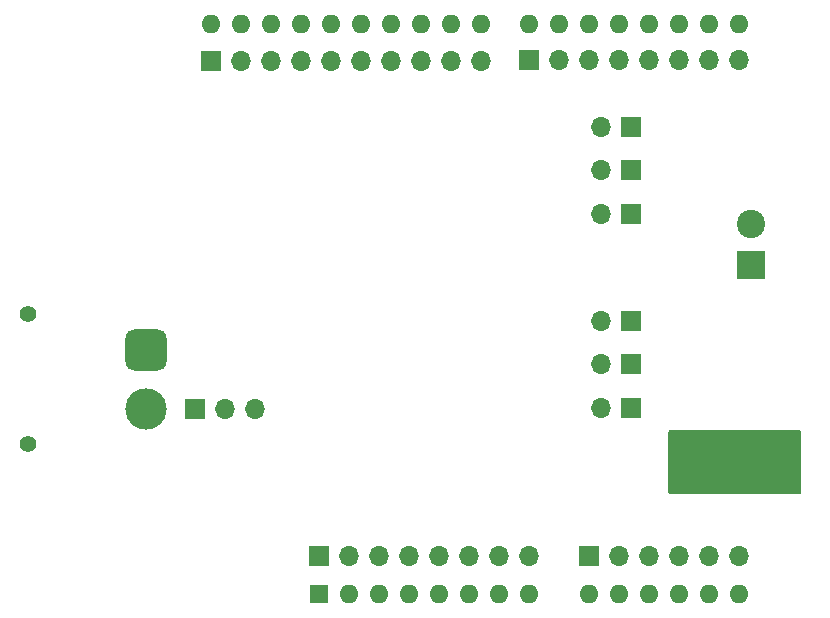
<source format=gbr>
%TF.GenerationSoftware,KiCad,Pcbnew,8.0.6*%
%TF.CreationDate,2024-12-12T11:47:03+01:00*%
%TF.ProjectId,TUSS4470_shield,54555353-3434-4373-905f-736869656c64,rev?*%
%TF.SameCoordinates,Original*%
%TF.FileFunction,Soldermask,Bot*%
%TF.FilePolarity,Negative*%
%FSLAX46Y46*%
G04 Gerber Fmt 4.6, Leading zero omitted, Abs format (unit mm)*
G04 Created by KiCad (PCBNEW 8.0.6) date 2024-12-12 11:47:03*
%MOMM*%
%LPD*%
G01*
G04 APERTURE LIST*
G04 Aperture macros list*
%AMRoundRect*
0 Rectangle with rounded corners*
0 $1 Rounding radius*
0 $2 $3 $4 $5 $6 $7 $8 $9 X,Y pos of 4 corners*
0 Add a 4 corners polygon primitive as box body*
4,1,4,$2,$3,$4,$5,$6,$7,$8,$9,$2,$3,0*
0 Add four circle primitives for the rounded corners*
1,1,$1+$1,$2,$3*
1,1,$1+$1,$4,$5*
1,1,$1+$1,$6,$7*
1,1,$1+$1,$8,$9*
0 Add four rect primitives between the rounded corners*
20,1,$1+$1,$2,$3,$4,$5,0*
20,1,$1+$1,$4,$5,$6,$7,0*
20,1,$1+$1,$6,$7,$8,$9,0*
20,1,$1+$1,$8,$9,$2,$3,0*%
G04 Aperture macros list end*
%ADD10R,2.400000X2.400000*%
%ADD11C,2.400000*%
%ADD12R,1.700000X1.700000*%
%ADD13O,1.700000X1.700000*%
%ADD14C,1.400000*%
%ADD15RoundRect,0.770000X0.980000X-0.980000X0.980000X0.980000X-0.980000X0.980000X-0.980000X-0.980000X0*%
%ADD16C,3.500000*%
%ADD17R,1.600000X1.600000*%
%ADD18O,1.600000X1.600000*%
G04 APERTURE END LIST*
D10*
%TO.C,J2*%
X128900000Y-57350000D03*
D11*
X128900000Y-53850000D03*
%TD*%
D12*
%TO.C,JP2*%
X118740000Y-65700000D03*
D13*
X116200000Y-65700000D03*
%TD*%
D12*
%TO.C,JP3*%
X118740000Y-49300000D03*
D13*
X116200000Y-49300000D03*
%TD*%
D12*
%TO.C,J6*%
X115143426Y-82000000D03*
D13*
X117683426Y-82000000D03*
X120223426Y-82000000D03*
X122763426Y-82000000D03*
X125303426Y-82000000D03*
X127843426Y-82000000D03*
%TD*%
D14*
%TO.C,J1*%
X67675000Y-72500000D03*
X67675000Y-61500000D03*
D15*
X77675000Y-64500000D03*
D16*
X77675000Y-69500000D03*
%TD*%
D12*
%TO.C,JP4*%
X118740000Y-69400000D03*
D13*
X116200000Y-69400000D03*
%TD*%
D12*
%TO.C,J7*%
X92292675Y-81999189D03*
D13*
X94832675Y-81999189D03*
X97372675Y-81999189D03*
X99912675Y-81999189D03*
X102452675Y-81999189D03*
X104992675Y-81999189D03*
X107532675Y-81999189D03*
X110072675Y-81999189D03*
%TD*%
D12*
%TO.C,J5*%
X110062821Y-40000000D03*
D13*
X112602821Y-40000000D03*
X115142821Y-40000000D03*
X117682821Y-40000000D03*
X120222821Y-40000000D03*
X122762821Y-40000000D03*
X125302821Y-40000000D03*
X127842821Y-40000000D03*
%TD*%
D12*
%TO.C,J3*%
X83137057Y-40008896D03*
D13*
X85677057Y-40008896D03*
X88217057Y-40008896D03*
X90757057Y-40008896D03*
X93297057Y-40008896D03*
X95837057Y-40008896D03*
X98377057Y-40008896D03*
X100917057Y-40008896D03*
X103457057Y-40008896D03*
X105997057Y-40008896D03*
%TD*%
D12*
%TO.C,J4*%
X81775000Y-69500000D03*
D13*
X84315000Y-69500000D03*
X86855000Y-69500000D03*
%TD*%
D12*
%TO.C,JP5*%
X118740000Y-53000000D03*
D13*
X116200000Y-53000000D03*
%TD*%
D12*
%TO.C,JP1*%
X118740000Y-45600000D03*
D13*
X116200000Y-45600000D03*
%TD*%
D12*
%TO.C,JP6*%
X118740000Y-62025000D03*
D13*
X116200000Y-62025000D03*
%TD*%
D17*
%TO.C,A1*%
X92320000Y-85160000D03*
D18*
X94860000Y-85160000D03*
X97400000Y-85160000D03*
X99940000Y-85160000D03*
X102480000Y-85160000D03*
X105020000Y-85160000D03*
X107560000Y-85160000D03*
X110100000Y-85160000D03*
X115180000Y-85160000D03*
X117720000Y-85160000D03*
X120260000Y-85160000D03*
X122800000Y-85160000D03*
X125340000Y-85160000D03*
X127880000Y-85160000D03*
X127880000Y-36900000D03*
X125340000Y-36900000D03*
X122800000Y-36900000D03*
X120260000Y-36900000D03*
X117720000Y-36900000D03*
X115180000Y-36900000D03*
X112640000Y-36900000D03*
X110100000Y-36900000D03*
X106040000Y-36900000D03*
X103500000Y-36900000D03*
X100960000Y-36900000D03*
X98420000Y-36900000D03*
X95880000Y-36900000D03*
X93340000Y-36900000D03*
X90800000Y-36900000D03*
X88260000Y-36900000D03*
X85720000Y-36900000D03*
X83180000Y-36900000D03*
%TD*%
G36*
X133043039Y-71319685D02*
G01*
X133088794Y-71372489D01*
X133100000Y-71424000D01*
X133100000Y-76576000D01*
X133080315Y-76643039D01*
X133027511Y-76688794D01*
X132976000Y-76700000D01*
X122024000Y-76700000D01*
X121956961Y-76680315D01*
X121911206Y-76627511D01*
X121900000Y-76576000D01*
X121900000Y-71424000D01*
X121919685Y-71356961D01*
X121972489Y-71311206D01*
X122024000Y-71300000D01*
X132976000Y-71300000D01*
X133043039Y-71319685D01*
G37*
M02*

</source>
